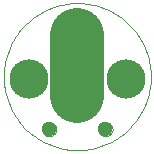
<source format=gbs>
G75*
%MOIN*%
%OFA0B0*%
%FSLAX24Y24*%
%IPPOS*%
%LPD*%
%AMOC8*
5,1,8,0,0,1.08239X$1,22.5*
%
%ADD10C,0.0000*%
%ADD11C,0.0512*%
%ADD12C,0.0010*%
%ADD13C,0.1306*%
%ADD14C,0.1790*%
D10*
X001396Y001875D02*
X001398Y001905D01*
X001404Y001935D01*
X001413Y001964D01*
X001426Y001991D01*
X001443Y002016D01*
X001462Y002039D01*
X001485Y002060D01*
X001510Y002077D01*
X001536Y002091D01*
X001565Y002101D01*
X001594Y002108D01*
X001624Y002111D01*
X001655Y002110D01*
X001685Y002105D01*
X001714Y002096D01*
X001741Y002084D01*
X001767Y002069D01*
X001791Y002050D01*
X001812Y002028D01*
X001830Y002004D01*
X001845Y001977D01*
X001856Y001949D01*
X001864Y001920D01*
X001868Y001890D01*
X001868Y001860D01*
X001864Y001830D01*
X001856Y001801D01*
X001845Y001773D01*
X001830Y001746D01*
X001812Y001722D01*
X001791Y001700D01*
X001767Y001681D01*
X001741Y001666D01*
X001714Y001654D01*
X001685Y001645D01*
X001655Y001640D01*
X001624Y001639D01*
X001594Y001642D01*
X001565Y001649D01*
X001536Y001659D01*
X001510Y001673D01*
X001485Y001690D01*
X001462Y001711D01*
X001443Y001734D01*
X001426Y001759D01*
X001413Y001786D01*
X001404Y001815D01*
X001398Y001845D01*
X001396Y001875D01*
X003271Y001875D02*
X003273Y001905D01*
X003279Y001935D01*
X003288Y001964D01*
X003301Y001991D01*
X003318Y002016D01*
X003337Y002039D01*
X003360Y002060D01*
X003385Y002077D01*
X003411Y002091D01*
X003440Y002101D01*
X003469Y002108D01*
X003499Y002111D01*
X003530Y002110D01*
X003560Y002105D01*
X003589Y002096D01*
X003616Y002084D01*
X003642Y002069D01*
X003666Y002050D01*
X003687Y002028D01*
X003705Y002004D01*
X003720Y001977D01*
X003731Y001949D01*
X003739Y001920D01*
X003743Y001890D01*
X003743Y001860D01*
X003739Y001830D01*
X003731Y001801D01*
X003720Y001773D01*
X003705Y001746D01*
X003687Y001722D01*
X003666Y001700D01*
X003642Y001681D01*
X003616Y001666D01*
X003589Y001654D01*
X003560Y001645D01*
X003530Y001640D01*
X003499Y001639D01*
X003469Y001642D01*
X003440Y001649D01*
X003411Y001659D01*
X003385Y001673D01*
X003360Y001690D01*
X003337Y001711D01*
X003318Y001734D01*
X003301Y001759D01*
X003288Y001786D01*
X003279Y001815D01*
X003273Y001845D01*
X003271Y001875D01*
D11*
X001632Y001875D03*
X003507Y001875D03*
D12*
X000119Y003625D02*
X000121Y003724D01*
X000127Y003822D01*
X000137Y003920D01*
X000151Y004018D01*
X000169Y004115D01*
X000190Y004211D01*
X000216Y004307D01*
X000245Y004401D01*
X000278Y004494D01*
X000315Y004585D01*
X000356Y004675D01*
X000400Y004764D01*
X000447Y004850D01*
X000498Y004934D01*
X000553Y005017D01*
X000610Y005097D01*
X000671Y005174D01*
X000735Y005250D01*
X000802Y005322D01*
X000872Y005392D01*
X000944Y005459D01*
X001020Y005523D01*
X001097Y005584D01*
X001177Y005641D01*
X001260Y005696D01*
X001344Y005747D01*
X001430Y005794D01*
X001519Y005838D01*
X001609Y005879D01*
X001700Y005916D01*
X001793Y005949D01*
X001887Y005978D01*
X001983Y006004D01*
X002079Y006025D01*
X002176Y006043D01*
X002274Y006057D01*
X002372Y006067D01*
X002470Y006073D01*
X002569Y006075D01*
X002668Y006073D01*
X002766Y006067D01*
X002864Y006057D01*
X002962Y006043D01*
X003059Y006025D01*
X003155Y006004D01*
X003251Y005978D01*
X003345Y005949D01*
X003438Y005916D01*
X003529Y005879D01*
X003619Y005838D01*
X003708Y005794D01*
X003794Y005747D01*
X003878Y005696D01*
X003961Y005641D01*
X004041Y005584D01*
X004118Y005523D01*
X004194Y005459D01*
X004266Y005392D01*
X004336Y005322D01*
X004403Y005250D01*
X004467Y005174D01*
X004528Y005097D01*
X004585Y005017D01*
X004640Y004934D01*
X004691Y004850D01*
X004738Y004764D01*
X004782Y004675D01*
X004823Y004585D01*
X004860Y004494D01*
X004893Y004401D01*
X004922Y004307D01*
X004948Y004211D01*
X004969Y004115D01*
X004987Y004018D01*
X005001Y003920D01*
X005011Y003822D01*
X005017Y003724D01*
X005019Y003625D01*
X005017Y003526D01*
X005011Y003428D01*
X005001Y003330D01*
X004987Y003232D01*
X004969Y003135D01*
X004948Y003039D01*
X004922Y002943D01*
X004893Y002849D01*
X004860Y002756D01*
X004823Y002665D01*
X004782Y002575D01*
X004738Y002486D01*
X004691Y002400D01*
X004640Y002316D01*
X004585Y002233D01*
X004528Y002153D01*
X004467Y002076D01*
X004403Y002000D01*
X004336Y001928D01*
X004266Y001858D01*
X004194Y001791D01*
X004118Y001727D01*
X004041Y001666D01*
X003961Y001609D01*
X003878Y001554D01*
X003794Y001503D01*
X003708Y001456D01*
X003619Y001412D01*
X003529Y001371D01*
X003438Y001334D01*
X003345Y001301D01*
X003251Y001272D01*
X003155Y001246D01*
X003059Y001225D01*
X002962Y001207D01*
X002864Y001193D01*
X002766Y001183D01*
X002668Y001177D01*
X002569Y001175D01*
X002470Y001177D01*
X002372Y001183D01*
X002274Y001193D01*
X002176Y001207D01*
X002079Y001225D01*
X001983Y001246D01*
X001887Y001272D01*
X001793Y001301D01*
X001700Y001334D01*
X001609Y001371D01*
X001519Y001412D01*
X001430Y001456D01*
X001344Y001503D01*
X001260Y001554D01*
X001177Y001609D01*
X001097Y001666D01*
X001020Y001727D01*
X000944Y001791D01*
X000872Y001858D01*
X000802Y001928D01*
X000735Y002000D01*
X000671Y002076D01*
X000610Y002153D01*
X000553Y002233D01*
X000498Y002316D01*
X000447Y002400D01*
X000400Y002486D01*
X000356Y002575D01*
X000315Y002665D01*
X000278Y002756D01*
X000245Y002849D01*
X000216Y002943D01*
X000190Y003039D01*
X000169Y003135D01*
X000151Y003232D01*
X000137Y003330D01*
X000127Y003428D01*
X000121Y003526D01*
X000119Y003625D01*
D13*
X000944Y003562D03*
X004194Y003562D03*
D14*
X002569Y002975D02*
X002569Y005025D01*
M02*

</source>
